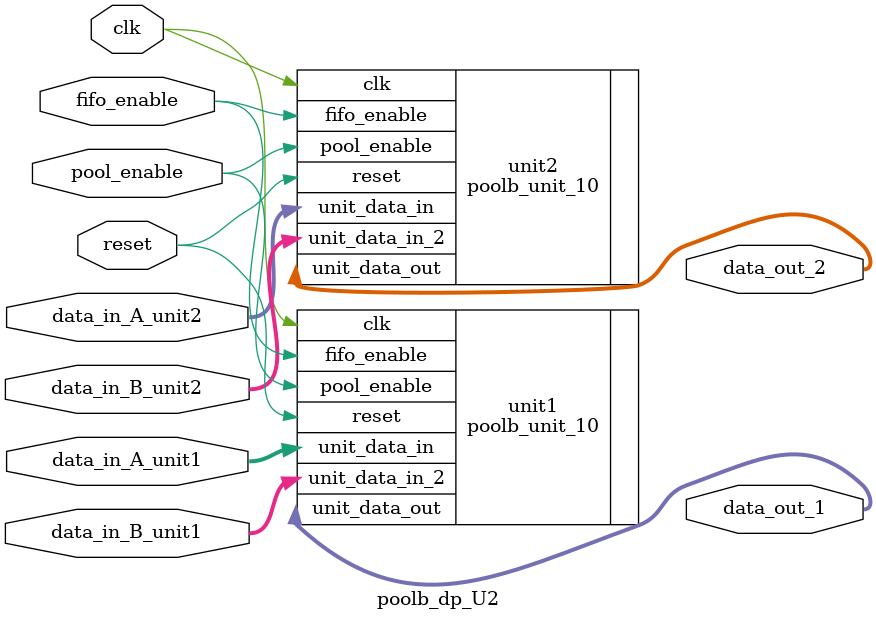
<source format=v>
`timescale 1ns / 1ps


module 
 poolb_dp_U2 #(parameter
///////////advanced parameters//////////
	DATA_WIDTH 			  = 32,
	////////////////////////////////////
	IFM_SIZE              = 10,                                                
	IFM_DEPTH             = 16,
	ARITH_TYPE 				= 0,
	KERNAL_SIZE           = 2
)(
	input 							clk,
	input 							reset,
	input 							fifo_enable,
	input							pool_enable,
	input [DATA_WIDTH-1:0] data_in_A_unit1,
	input [DATA_WIDTH-1:0] data_in_B_unit1,
	input [DATA_WIDTH-1:0] data_in_A_unit2,
	input [DATA_WIDTH-1:0] data_in_B_unit2,
	output [DATA_WIDTH-1:0] data_out_1,
	output [DATA_WIDTH-1:0] data_out_2
	);
	poolb_unit_10 #(.DATA_WIDTH(DATA_WIDTH), 
	.IFM_SIZE(IFM_SIZE), 
	.ARITH_TYPE(ARITH_TYPE),
	.KERNAL_SIZE(KERNAL_SIZE))
    unit1(
    .clk(clk),
	.reset(reset),
	.fifo_enable(fifo_enable),
	.pool_enable(pool_enable),
	.unit_data_in(data_in_A_unit1),
	.unit_data_in_2(data_in_B_unit1),
    .unit_data_out(data_out_1)
    );
	
	poolb_unit_10 #(.DATA_WIDTH(DATA_WIDTH), 
	.IFM_SIZE(IFM_SIZE), 
	.ARITH_TYPE(ARITH_TYPE),
	.KERNAL_SIZE(KERNAL_SIZE))
    unit2(
    .clk(clk),
	.reset(reset),
	.fifo_enable(fifo_enable),
	.pool_enable(pool_enable),
	.unit_data_in(data_in_A_unit2),
	.unit_data_in_2(data_in_B_unit2),
    .unit_data_out(data_out_2)
    );
	
endmodule
	

</source>
